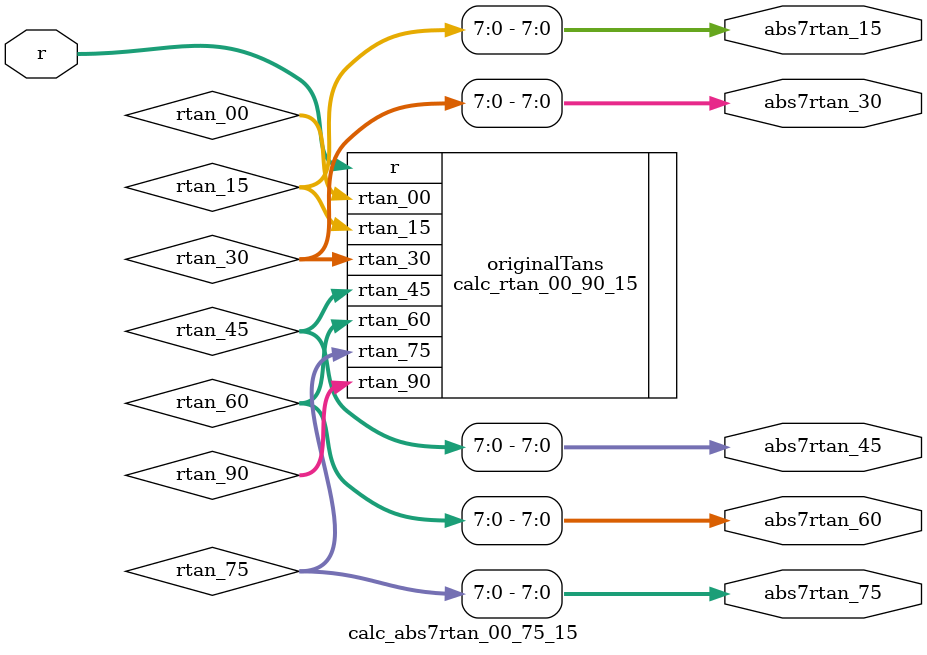
<source format=v>
`timescale 1ns / 1ps

module calc_abs7rtan_00_75_15
    (input [7:0] r,
     output wire [7:0] abs7rtan_15,
     output wire [7:0] abs7rtan_30,
     output wire [7:0] abs7rtan_45,
     output wire [7:0] abs7rtan_60,
     output wire [7:0] abs7rtan_75);
     
     // get signed values from helper module
     wire signed [10:0] rtan_00;
     wire signed [10:0] rtan_15;
     wire signed [10:0] rtan_30;
     wire signed [10:0] rtan_45;
     wire signed [10:0] rtan_60;
     wire signed [10:0] rtan_75;
     wire signed [10:0] rtan_90;
     calc_rtan_00_90_15 originalTans (.r(r),.rtan_00(rtan_00),.rtan_15(rtan_15),.rtan_30(rtan_30),
                                      .rtan_45(rtan_45),.rtan_60(rtan_60),.rtan_75(rtan_75),.rtan_90(rtan_90));
     
     // we know the input is positive so all outputs are positive so just reduce size
	  assign abs7rtan_15 = rtan_15[7:0];
	  assign abs7rtan_30 = rtan_30[7:0];
	  assign abs7rtan_45 = rtan_45[7:0];
	  assign abs7rtan_60 = rtan_60[7:0];
	  assign abs7rtan_75 = rtan_75[7:0];
    
endmodule

</source>
